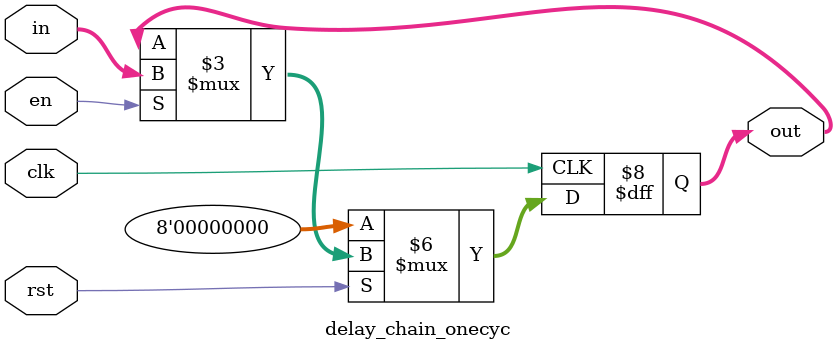
<source format=sv>
`timescale 1ns / 1ps

`include "def.sv"

(* keep_hierarchy = "yes" *) module delay_chain_onecyc #(
    parameter DW = 8
) (
    input  wire               clk,
    rst,
    en,
    input  wire  [DW - 1 : 0] in,
    output logic [DW - 1 : 0] out
);

    always_ff @(posedge clk) begin
        if (~rst) out <= 0;
        else if (en) out <= in;
    end

endmodule

</source>
